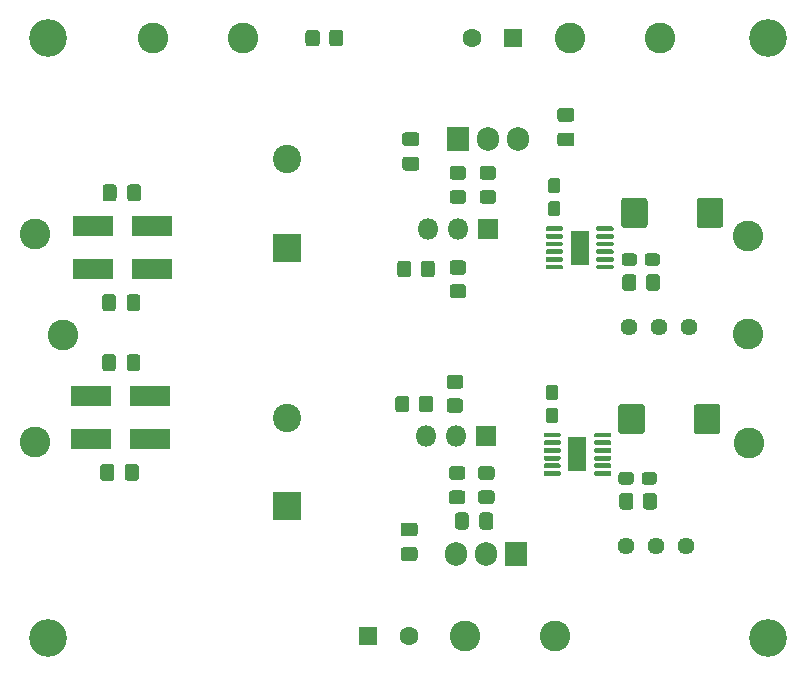
<source format=gbr>
G04 #@! TF.GenerationSoftware,KiCad,Pcbnew,(5.1.8-0-10_14)*
G04 #@! TF.CreationDate,2020-12-27T15:47:31+01:00*
G04 #@! TF.ProjectId,lv-lownoise-psu,6c762d6c-6f77-46e6-9f69-73652d707375,rev?*
G04 #@! TF.SameCoordinates,Original*
G04 #@! TF.FileFunction,Soldermask,Top*
G04 #@! TF.FilePolarity,Negative*
%FSLAX46Y46*%
G04 Gerber Fmt 4.6, Leading zero omitted, Abs format (unit mm)*
G04 Created by KiCad (PCBNEW (5.1.8-0-10_14)) date 2020-12-27 15:47:31*
%MOMM*%
%LPD*%
G01*
G04 APERTURE LIST*
%ADD10O,1.905000X2.000000*%
%ADD11R,1.905000X2.000000*%
%ADD12R,3.500000X1.800000*%
%ADD13R,1.650000X2.850000*%
%ADD14C,1.600000*%
%ADD15R,1.600000X1.600000*%
%ADD16C,2.400000*%
%ADD17R,2.400000X2.400000*%
%ADD18C,2.600000*%
%ADD19C,1.440000*%
%ADD20O,1.800000X1.800000*%
%ADD21R,1.800000X1.800000*%
%ADD22C,3.200000*%
G04 APERTURE END LIST*
G36*
G01*
X135592600Y-64252999D02*
X135592600Y-66303001D01*
G75*
G02*
X135342601Y-66553000I-249999J0D01*
G01*
X133592599Y-66553000D01*
G75*
G02*
X133342600Y-66303001I0J249999D01*
G01*
X133342600Y-64252999D01*
G75*
G02*
X133592599Y-64003000I249999J0D01*
G01*
X135342601Y-64003000D01*
G75*
G02*
X135592600Y-64252999I0J-249999D01*
G01*
G37*
G36*
G01*
X141992600Y-64252999D02*
X141992600Y-66303001D01*
G75*
G02*
X141742601Y-66553000I-249999J0D01*
G01*
X139992599Y-66553000D01*
G75*
G02*
X139742600Y-66303001I0J249999D01*
G01*
X139742600Y-64252999D01*
G75*
G02*
X139992599Y-64003000I249999J0D01*
G01*
X141742601Y-64003000D01*
G75*
G02*
X141992600Y-64252999I0J-249999D01*
G01*
G37*
G36*
G01*
X139971200Y-48853201D02*
X139971200Y-46803199D01*
G75*
G02*
X140221199Y-46553200I249999J0D01*
G01*
X141971201Y-46553200D01*
G75*
G02*
X142221200Y-46803199I0J-249999D01*
G01*
X142221200Y-48853201D01*
G75*
G02*
X141971201Y-49103200I-249999J0D01*
G01*
X140221199Y-49103200D01*
G75*
G02*
X139971200Y-48853201I0J249999D01*
G01*
G37*
G36*
G01*
X133571200Y-48853201D02*
X133571200Y-46803199D01*
G75*
G02*
X133821199Y-46553200I249999J0D01*
G01*
X135571201Y-46553200D01*
G75*
G02*
X135821200Y-46803199I0J-249999D01*
G01*
X135821200Y-48853201D01*
G75*
G02*
X135571201Y-49103200I-249999J0D01*
G01*
X133821199Y-49103200D01*
G75*
G02*
X133571200Y-48853201I0J249999D01*
G01*
G37*
D10*
X119634000Y-76708000D03*
X122174000Y-76708000D03*
D11*
X124714000Y-76708000D03*
D10*
X124841000Y-41605200D03*
X122301000Y-41605200D03*
D11*
X119761000Y-41605200D03*
D12*
X88827600Y-52578000D03*
X93827600Y-52578000D03*
X88827600Y-48971200D03*
X93827600Y-48971200D03*
X93726000Y-63296800D03*
X88726000Y-63296800D03*
X93726000Y-66954400D03*
X88726000Y-66954400D03*
G36*
G01*
X134660400Y-70019499D02*
X134660400Y-70569501D01*
G75*
G02*
X134410401Y-70819500I-249999J0D01*
G01*
X133610399Y-70819500D01*
G75*
G02*
X133360400Y-70569501I0J249999D01*
G01*
X133360400Y-70019499D01*
G75*
G02*
X133610399Y-69769500I249999J0D01*
G01*
X134410401Y-69769500D01*
G75*
G02*
X134660400Y-70019499I0J-249999D01*
G01*
G37*
G36*
G01*
X136610400Y-70019499D02*
X136610400Y-70569501D01*
G75*
G02*
X136360401Y-70819500I-249999J0D01*
G01*
X135560399Y-70819500D01*
G75*
G02*
X135310400Y-70569501I0J249999D01*
G01*
X135310400Y-70019499D01*
G75*
G02*
X135560399Y-69769500I249999J0D01*
G01*
X136360401Y-69769500D01*
G75*
G02*
X136610400Y-70019499I0J-249999D01*
G01*
G37*
G36*
G01*
X135577100Y-52052901D02*
X135577100Y-51502899D01*
G75*
G02*
X135827099Y-51252900I249999J0D01*
G01*
X136627101Y-51252900D01*
G75*
G02*
X136877100Y-51502899I0J-249999D01*
G01*
X136877100Y-52052901D01*
G75*
G02*
X136627101Y-52302900I-249999J0D01*
G01*
X135827099Y-52302900D01*
G75*
G02*
X135577100Y-52052901I0J249999D01*
G01*
G37*
G36*
G01*
X133627100Y-52052901D02*
X133627100Y-51502899D01*
G75*
G02*
X133877099Y-51252900I249999J0D01*
G01*
X134677101Y-51252900D01*
G75*
G02*
X134927100Y-51502899I0J-249999D01*
G01*
X134927100Y-52052901D01*
G75*
G02*
X134677101Y-52302900I-249999J0D01*
G01*
X133877099Y-52302900D01*
G75*
G02*
X133627100Y-52052901I0J249999D01*
G01*
G37*
G36*
G01*
X127461599Y-64333000D02*
X128011601Y-64333000D01*
G75*
G02*
X128261600Y-64582999I0J-249999D01*
G01*
X128261600Y-65383001D01*
G75*
G02*
X128011601Y-65633000I-249999J0D01*
G01*
X127461599Y-65633000D01*
G75*
G02*
X127211600Y-65383001I0J249999D01*
G01*
X127211600Y-64582999D01*
G75*
G02*
X127461599Y-64333000I249999J0D01*
G01*
G37*
G36*
G01*
X127461599Y-62383000D02*
X128011601Y-62383000D01*
G75*
G02*
X128261600Y-62632999I0J-249999D01*
G01*
X128261600Y-63433001D01*
G75*
G02*
X128011601Y-63683000I-249999J0D01*
G01*
X127461599Y-63683000D01*
G75*
G02*
X127211600Y-63433001I0J249999D01*
G01*
X127211600Y-62632999D01*
G75*
G02*
X127461599Y-62383000I249999J0D01*
G01*
G37*
G36*
G01*
X128189401Y-46166800D02*
X127639399Y-46166800D01*
G75*
G02*
X127389400Y-45916801I0J249999D01*
G01*
X127389400Y-45116799D01*
G75*
G02*
X127639399Y-44866800I249999J0D01*
G01*
X128189401Y-44866800D01*
G75*
G02*
X128439400Y-45116799I0J-249999D01*
G01*
X128439400Y-45916801D01*
G75*
G02*
X128189401Y-46166800I-249999J0D01*
G01*
G37*
G36*
G01*
X128189401Y-48116800D02*
X127639399Y-48116800D01*
G75*
G02*
X127389400Y-47866801I0J249999D01*
G01*
X127389400Y-47066799D01*
G75*
G02*
X127639399Y-46816800I249999J0D01*
G01*
X128189401Y-46816800D01*
G75*
G02*
X128439400Y-47066799I0J-249999D01*
G01*
X128439400Y-47866801D01*
G75*
G02*
X128189401Y-48116800I-249999J0D01*
G01*
G37*
G36*
G01*
X90808300Y-54947800D02*
X90808300Y-55897800D01*
G75*
G02*
X90558300Y-56147800I-250000J0D01*
G01*
X89883300Y-56147800D01*
G75*
G02*
X89633300Y-55897800I0J250000D01*
G01*
X89633300Y-54947800D01*
G75*
G02*
X89883300Y-54697800I250000J0D01*
G01*
X90558300Y-54697800D01*
G75*
G02*
X90808300Y-54947800I0J-250000D01*
G01*
G37*
G36*
G01*
X92883300Y-54947800D02*
X92883300Y-55897800D01*
G75*
G02*
X92633300Y-56147800I-250000J0D01*
G01*
X91958300Y-56147800D01*
G75*
G02*
X91708300Y-55897800I0J250000D01*
G01*
X91708300Y-54947800D01*
G75*
G02*
X91958300Y-54697800I250000J0D01*
G01*
X92633300Y-54697800D01*
G75*
G02*
X92883300Y-54947800I0J-250000D01*
G01*
G37*
G36*
G01*
X91759100Y-46601400D02*
X91759100Y-45651400D01*
G75*
G02*
X92009100Y-45401400I250000J0D01*
G01*
X92684100Y-45401400D01*
G75*
G02*
X92934100Y-45651400I0J-250000D01*
G01*
X92934100Y-46601400D01*
G75*
G02*
X92684100Y-46851400I-250000J0D01*
G01*
X92009100Y-46851400D01*
G75*
G02*
X91759100Y-46601400I0J250000D01*
G01*
G37*
G36*
G01*
X89684100Y-46601400D02*
X89684100Y-45651400D01*
G75*
G02*
X89934100Y-45401400I250000J0D01*
G01*
X90609100Y-45401400D01*
G75*
G02*
X90859100Y-45651400I0J-250000D01*
G01*
X90859100Y-46601400D01*
G75*
G02*
X90609100Y-46851400I-250000J0D01*
G01*
X89934100Y-46851400D01*
G75*
G02*
X89684100Y-46601400I0J250000D01*
G01*
G37*
G36*
G01*
X90808300Y-60027800D02*
X90808300Y-60977800D01*
G75*
G02*
X90558300Y-61227800I-250000J0D01*
G01*
X89883300Y-61227800D01*
G75*
G02*
X89633300Y-60977800I0J250000D01*
G01*
X89633300Y-60027800D01*
G75*
G02*
X89883300Y-59777800I250000J0D01*
G01*
X90558300Y-59777800D01*
G75*
G02*
X90808300Y-60027800I0J-250000D01*
G01*
G37*
G36*
G01*
X92883300Y-60027800D02*
X92883300Y-60977800D01*
G75*
G02*
X92633300Y-61227800I-250000J0D01*
G01*
X91958300Y-61227800D01*
G75*
G02*
X91708300Y-60977800I0J250000D01*
G01*
X91708300Y-60027800D01*
G75*
G02*
X91958300Y-59777800I250000J0D01*
G01*
X92633300Y-59777800D01*
G75*
G02*
X92883300Y-60027800I0J-250000D01*
G01*
G37*
G36*
G01*
X91563700Y-70274200D02*
X91563700Y-69324200D01*
G75*
G02*
X91813700Y-69074200I250000J0D01*
G01*
X92488700Y-69074200D01*
G75*
G02*
X92738700Y-69324200I0J-250000D01*
G01*
X92738700Y-70274200D01*
G75*
G02*
X92488700Y-70524200I-250000J0D01*
G01*
X91813700Y-70524200D01*
G75*
G02*
X91563700Y-70274200I0J250000D01*
G01*
G37*
G36*
G01*
X89488700Y-70274200D02*
X89488700Y-69324200D01*
G75*
G02*
X89738700Y-69074200I250000J0D01*
G01*
X90413700Y-69074200D01*
G75*
G02*
X90663700Y-69324200I0J-250000D01*
G01*
X90663700Y-70274200D01*
G75*
G02*
X90413700Y-70524200I-250000J0D01*
G01*
X89738700Y-70524200D01*
G75*
G02*
X89488700Y-70274200I0J250000D01*
G01*
G37*
D13*
X129886600Y-68261900D03*
G36*
G01*
X131311600Y-66736900D02*
X131311600Y-66536900D01*
G75*
G02*
X131411600Y-66436900I100000J0D01*
G01*
X132661600Y-66436900D01*
G75*
G02*
X132761600Y-66536900I0J-100000D01*
G01*
X132761600Y-66736900D01*
G75*
G02*
X132661600Y-66836900I-100000J0D01*
G01*
X131411600Y-66836900D01*
G75*
G02*
X131311600Y-66736900I0J100000D01*
G01*
G37*
G36*
G01*
X131311600Y-67386900D02*
X131311600Y-67186900D01*
G75*
G02*
X131411600Y-67086900I100000J0D01*
G01*
X132661600Y-67086900D01*
G75*
G02*
X132761600Y-67186900I0J-100000D01*
G01*
X132761600Y-67386900D01*
G75*
G02*
X132661600Y-67486900I-100000J0D01*
G01*
X131411600Y-67486900D01*
G75*
G02*
X131311600Y-67386900I0J100000D01*
G01*
G37*
G36*
G01*
X131311600Y-68036900D02*
X131311600Y-67836900D01*
G75*
G02*
X131411600Y-67736900I100000J0D01*
G01*
X132661600Y-67736900D01*
G75*
G02*
X132761600Y-67836900I0J-100000D01*
G01*
X132761600Y-68036900D01*
G75*
G02*
X132661600Y-68136900I-100000J0D01*
G01*
X131411600Y-68136900D01*
G75*
G02*
X131311600Y-68036900I0J100000D01*
G01*
G37*
G36*
G01*
X131311600Y-68686900D02*
X131311600Y-68486900D01*
G75*
G02*
X131411600Y-68386900I100000J0D01*
G01*
X132661600Y-68386900D01*
G75*
G02*
X132761600Y-68486900I0J-100000D01*
G01*
X132761600Y-68686900D01*
G75*
G02*
X132661600Y-68786900I-100000J0D01*
G01*
X131411600Y-68786900D01*
G75*
G02*
X131311600Y-68686900I0J100000D01*
G01*
G37*
G36*
G01*
X131311600Y-69336900D02*
X131311600Y-69136900D01*
G75*
G02*
X131411600Y-69036900I100000J0D01*
G01*
X132661600Y-69036900D01*
G75*
G02*
X132761600Y-69136900I0J-100000D01*
G01*
X132761600Y-69336900D01*
G75*
G02*
X132661600Y-69436900I-100000J0D01*
G01*
X131411600Y-69436900D01*
G75*
G02*
X131311600Y-69336900I0J100000D01*
G01*
G37*
G36*
G01*
X131311600Y-69986900D02*
X131311600Y-69786900D01*
G75*
G02*
X131411600Y-69686900I100000J0D01*
G01*
X132661600Y-69686900D01*
G75*
G02*
X132761600Y-69786900I0J-100000D01*
G01*
X132761600Y-69986900D01*
G75*
G02*
X132661600Y-70086900I-100000J0D01*
G01*
X131411600Y-70086900D01*
G75*
G02*
X131311600Y-69986900I0J100000D01*
G01*
G37*
G36*
G01*
X127011600Y-69986900D02*
X127011600Y-69786900D01*
G75*
G02*
X127111600Y-69686900I100000J0D01*
G01*
X128361600Y-69686900D01*
G75*
G02*
X128461600Y-69786900I0J-100000D01*
G01*
X128461600Y-69986900D01*
G75*
G02*
X128361600Y-70086900I-100000J0D01*
G01*
X127111600Y-70086900D01*
G75*
G02*
X127011600Y-69986900I0J100000D01*
G01*
G37*
G36*
G01*
X127011600Y-69336900D02*
X127011600Y-69136900D01*
G75*
G02*
X127111600Y-69036900I100000J0D01*
G01*
X128361600Y-69036900D01*
G75*
G02*
X128461600Y-69136900I0J-100000D01*
G01*
X128461600Y-69336900D01*
G75*
G02*
X128361600Y-69436900I-100000J0D01*
G01*
X127111600Y-69436900D01*
G75*
G02*
X127011600Y-69336900I0J100000D01*
G01*
G37*
G36*
G01*
X127011600Y-68686900D02*
X127011600Y-68486900D01*
G75*
G02*
X127111600Y-68386900I100000J0D01*
G01*
X128361600Y-68386900D01*
G75*
G02*
X128461600Y-68486900I0J-100000D01*
G01*
X128461600Y-68686900D01*
G75*
G02*
X128361600Y-68786900I-100000J0D01*
G01*
X127111600Y-68786900D01*
G75*
G02*
X127011600Y-68686900I0J100000D01*
G01*
G37*
G36*
G01*
X127011600Y-68036900D02*
X127011600Y-67836900D01*
G75*
G02*
X127111600Y-67736900I100000J0D01*
G01*
X128361600Y-67736900D01*
G75*
G02*
X128461600Y-67836900I0J-100000D01*
G01*
X128461600Y-68036900D01*
G75*
G02*
X128361600Y-68136900I-100000J0D01*
G01*
X127111600Y-68136900D01*
G75*
G02*
X127011600Y-68036900I0J100000D01*
G01*
G37*
G36*
G01*
X127011600Y-67386900D02*
X127011600Y-67186900D01*
G75*
G02*
X127111600Y-67086900I100000J0D01*
G01*
X128361600Y-67086900D01*
G75*
G02*
X128461600Y-67186900I0J-100000D01*
G01*
X128461600Y-67386900D01*
G75*
G02*
X128361600Y-67486900I-100000J0D01*
G01*
X127111600Y-67486900D01*
G75*
G02*
X127011600Y-67386900I0J100000D01*
G01*
G37*
G36*
G01*
X127011600Y-66736900D02*
X127011600Y-66536900D01*
G75*
G02*
X127111600Y-66436900I100000J0D01*
G01*
X128361600Y-66436900D01*
G75*
G02*
X128461600Y-66536900I0J-100000D01*
G01*
X128461600Y-66736900D01*
G75*
G02*
X128361600Y-66836900I-100000J0D01*
G01*
X127111600Y-66836900D01*
G75*
G02*
X127011600Y-66736900I0J100000D01*
G01*
G37*
D14*
X120960000Y-33020000D03*
D15*
X124460000Y-33020000D03*
G36*
G01*
X121723999Y-71325000D02*
X122624001Y-71325000D01*
G75*
G02*
X122874000Y-71574999I0J-249999D01*
G01*
X122874000Y-72225001D01*
G75*
G02*
X122624001Y-72475000I-249999J0D01*
G01*
X121723999Y-72475000D01*
G75*
G02*
X121474000Y-72225001I0J249999D01*
G01*
X121474000Y-71574999D01*
G75*
G02*
X121723999Y-71325000I249999J0D01*
G01*
G37*
G36*
G01*
X121723999Y-69275000D02*
X122624001Y-69275000D01*
G75*
G02*
X122874000Y-69524999I0J-249999D01*
G01*
X122874000Y-70175001D01*
G75*
G02*
X122624001Y-70425000I-249999J0D01*
G01*
X121723999Y-70425000D01*
G75*
G02*
X121474000Y-70175001I0J249999D01*
G01*
X121474000Y-69524999D01*
G75*
G02*
X121723999Y-69275000I249999J0D01*
G01*
G37*
G36*
G01*
X119247499Y-71325000D02*
X120147501Y-71325000D01*
G75*
G02*
X120397500Y-71574999I0J-249999D01*
G01*
X120397500Y-72225001D01*
G75*
G02*
X120147501Y-72475000I-249999J0D01*
G01*
X119247499Y-72475000D01*
G75*
G02*
X118997500Y-72225001I0J249999D01*
G01*
X118997500Y-71574999D01*
G75*
G02*
X119247499Y-71325000I249999J0D01*
G01*
G37*
G36*
G01*
X119247499Y-69275000D02*
X120147501Y-69275000D01*
G75*
G02*
X120397500Y-69524999I0J-249999D01*
G01*
X120397500Y-70175001D01*
G75*
G02*
X120147501Y-70425000I-249999J0D01*
G01*
X119247499Y-70425000D01*
G75*
G02*
X118997500Y-70175001I0J249999D01*
G01*
X118997500Y-69524999D01*
G75*
G02*
X119247499Y-69275000I249999J0D01*
G01*
G37*
G36*
G01*
X121850999Y-45907000D02*
X122751001Y-45907000D01*
G75*
G02*
X123001000Y-46156999I0J-249999D01*
G01*
X123001000Y-46807001D01*
G75*
G02*
X122751001Y-47057000I-249999J0D01*
G01*
X121850999Y-47057000D01*
G75*
G02*
X121601000Y-46807001I0J249999D01*
G01*
X121601000Y-46156999D01*
G75*
G02*
X121850999Y-45907000I249999J0D01*
G01*
G37*
G36*
G01*
X121850999Y-43857000D02*
X122751001Y-43857000D01*
G75*
G02*
X123001000Y-44106999I0J-249999D01*
G01*
X123001000Y-44757001D01*
G75*
G02*
X122751001Y-45007000I-249999J0D01*
G01*
X121850999Y-45007000D01*
G75*
G02*
X121601000Y-44757001I0J249999D01*
G01*
X121601000Y-44106999D01*
G75*
G02*
X121850999Y-43857000I249999J0D01*
G01*
G37*
G36*
G01*
X119310999Y-45907000D02*
X120211001Y-45907000D01*
G75*
G02*
X120461000Y-46156999I0J-249999D01*
G01*
X120461000Y-46807001D01*
G75*
G02*
X120211001Y-47057000I-249999J0D01*
G01*
X119310999Y-47057000D01*
G75*
G02*
X119061000Y-46807001I0J249999D01*
G01*
X119061000Y-46156999D01*
G75*
G02*
X119310999Y-45907000I249999J0D01*
G01*
G37*
G36*
G01*
X119310999Y-43857000D02*
X120211001Y-43857000D01*
G75*
G02*
X120461000Y-44106999I0J-249999D01*
G01*
X120461000Y-44757001D01*
G75*
G02*
X120211001Y-45007000I-249999J0D01*
G01*
X119310999Y-45007000D01*
G75*
G02*
X119061000Y-44757001I0J249999D01*
G01*
X119061000Y-44106999D01*
G75*
G02*
X119310999Y-43857000I249999J0D01*
G01*
G37*
D14*
X115633500Y-83629500D03*
D15*
X112133500Y-83629500D03*
D16*
X105283000Y-65151000D03*
D17*
X105283000Y-72651000D03*
D16*
X105283000Y-43300000D03*
D17*
X105283000Y-50800000D03*
G36*
G01*
X115821000Y-52127999D02*
X115821000Y-53028001D01*
G75*
G02*
X115571001Y-53278000I-249999J0D01*
G01*
X114870999Y-53278000D01*
G75*
G02*
X114621000Y-53028001I0J249999D01*
G01*
X114621000Y-52127999D01*
G75*
G02*
X114870999Y-51878000I249999J0D01*
G01*
X115571001Y-51878000D01*
G75*
G02*
X115821000Y-52127999I0J-249999D01*
G01*
G37*
G36*
G01*
X117821000Y-52127999D02*
X117821000Y-53028001D01*
G75*
G02*
X117571001Y-53278000I-249999J0D01*
G01*
X116870999Y-53278000D01*
G75*
G02*
X116621000Y-53028001I0J249999D01*
G01*
X116621000Y-52127999D01*
G75*
G02*
X116870999Y-51878000I249999J0D01*
G01*
X117571001Y-51878000D01*
G75*
G02*
X117821000Y-52127999I0J-249999D01*
G01*
G37*
G36*
G01*
X108858000Y-33470001D02*
X108858000Y-32569999D01*
G75*
G02*
X109107999Y-32320000I249999J0D01*
G01*
X109808001Y-32320000D01*
G75*
G02*
X110058000Y-32569999I0J-249999D01*
G01*
X110058000Y-33470001D01*
G75*
G02*
X109808001Y-33720000I-249999J0D01*
G01*
X109107999Y-33720000D01*
G75*
G02*
X108858000Y-33470001I0J249999D01*
G01*
G37*
G36*
G01*
X106858000Y-33470001D02*
X106858000Y-32569999D01*
G75*
G02*
X107107999Y-32320000I249999J0D01*
G01*
X107808001Y-32320000D01*
G75*
G02*
X108058000Y-32569999I0J-249999D01*
G01*
X108058000Y-33470001D01*
G75*
G02*
X107808001Y-33720000I-249999J0D01*
G01*
X107107999Y-33720000D01*
G75*
G02*
X106858000Y-33470001I0J249999D01*
G01*
G37*
D18*
X120332500Y-83629500D03*
X127952500Y-83629500D03*
X136906000Y-33020000D03*
X129286000Y-33020000D03*
X93980000Y-33020000D03*
X101600000Y-33020000D03*
G36*
G01*
X115158500Y-76120500D02*
X116108500Y-76120500D01*
G75*
G02*
X116358500Y-76370500I0J-250000D01*
G01*
X116358500Y-77045500D01*
G75*
G02*
X116108500Y-77295500I-250000J0D01*
G01*
X115158500Y-77295500D01*
G75*
G02*
X114908500Y-77045500I0J250000D01*
G01*
X114908500Y-76370500D01*
G75*
G02*
X115158500Y-76120500I250000J0D01*
G01*
G37*
G36*
G01*
X115158500Y-74045500D02*
X116108500Y-74045500D01*
G75*
G02*
X116358500Y-74295500I0J-250000D01*
G01*
X116358500Y-74970500D01*
G75*
G02*
X116108500Y-75220500I-250000J0D01*
G01*
X115158500Y-75220500D01*
G75*
G02*
X114908500Y-74970500I0J250000D01*
G01*
X114908500Y-74295500D01*
G75*
G02*
X115158500Y-74045500I250000J0D01*
G01*
G37*
G36*
G01*
X129380000Y-40117700D02*
X128430000Y-40117700D01*
G75*
G02*
X128180000Y-39867700I0J250000D01*
G01*
X128180000Y-39192700D01*
G75*
G02*
X128430000Y-38942700I250000J0D01*
G01*
X129380000Y-38942700D01*
G75*
G02*
X129630000Y-39192700I0J-250000D01*
G01*
X129630000Y-39867700D01*
G75*
G02*
X129380000Y-40117700I-250000J0D01*
G01*
G37*
G36*
G01*
X129380000Y-42192700D02*
X128430000Y-42192700D01*
G75*
G02*
X128180000Y-41942700I0J250000D01*
G01*
X128180000Y-41267700D01*
G75*
G02*
X128430000Y-41017700I250000J0D01*
G01*
X129380000Y-41017700D01*
G75*
G02*
X129630000Y-41267700I0J-250000D01*
G01*
X129630000Y-41942700D01*
G75*
G02*
X129380000Y-42192700I-250000J0D01*
G01*
G37*
G36*
G01*
X121586500Y-74389000D02*
X121586500Y-73439000D01*
G75*
G02*
X121836500Y-73189000I250000J0D01*
G01*
X122511500Y-73189000D01*
G75*
G02*
X122761500Y-73439000I0J-250000D01*
G01*
X122761500Y-74389000D01*
G75*
G02*
X122511500Y-74639000I-250000J0D01*
G01*
X121836500Y-74639000D01*
G75*
G02*
X121586500Y-74389000I0J250000D01*
G01*
G37*
G36*
G01*
X119511500Y-74389000D02*
X119511500Y-73439000D01*
G75*
G02*
X119761500Y-73189000I250000J0D01*
G01*
X120436500Y-73189000D01*
G75*
G02*
X120686500Y-73439000I0J-250000D01*
G01*
X120686500Y-74389000D01*
G75*
G02*
X120436500Y-74639000I-250000J0D01*
G01*
X119761500Y-74639000D01*
G75*
G02*
X119511500Y-74389000I0J250000D01*
G01*
G37*
G36*
G01*
X115298200Y-43071200D02*
X116248200Y-43071200D01*
G75*
G02*
X116498200Y-43321200I0J-250000D01*
G01*
X116498200Y-43996200D01*
G75*
G02*
X116248200Y-44246200I-250000J0D01*
G01*
X115298200Y-44246200D01*
G75*
G02*
X115048200Y-43996200I0J250000D01*
G01*
X115048200Y-43321200D01*
G75*
G02*
X115298200Y-43071200I250000J0D01*
G01*
G37*
G36*
G01*
X115298200Y-40996200D02*
X116248200Y-40996200D01*
G75*
G02*
X116498200Y-41246200I0J-250000D01*
G01*
X116498200Y-41921200D01*
G75*
G02*
X116248200Y-42171200I-250000J0D01*
G01*
X115298200Y-42171200D01*
G75*
G02*
X115048200Y-41921200I0J250000D01*
G01*
X115048200Y-41246200D01*
G75*
G02*
X115298200Y-40996200I250000J0D01*
G01*
G37*
D19*
X139103100Y-76022200D03*
X136563100Y-76022200D03*
X134023100Y-76022200D03*
G36*
G01*
X134623100Y-71787599D02*
X134623100Y-72687601D01*
G75*
G02*
X134373101Y-72937600I-249999J0D01*
G01*
X133673099Y-72937600D01*
G75*
G02*
X133423100Y-72687601I0J249999D01*
G01*
X133423100Y-71787599D01*
G75*
G02*
X133673099Y-71537600I249999J0D01*
G01*
X134373101Y-71537600D01*
G75*
G02*
X134623100Y-71787599I0J-249999D01*
G01*
G37*
G36*
G01*
X136623100Y-71787599D02*
X136623100Y-72687601D01*
G75*
G02*
X136373101Y-72937600I-249999J0D01*
G01*
X135673099Y-72937600D01*
G75*
G02*
X135423100Y-72687601I0J249999D01*
G01*
X135423100Y-71787599D01*
G75*
G02*
X135673099Y-71537600I249999J0D01*
G01*
X136373101Y-71537600D01*
G75*
G02*
X136623100Y-71787599I0J-249999D01*
G01*
G37*
D13*
X130064400Y-50787900D03*
G36*
G01*
X131489400Y-49262900D02*
X131489400Y-49062900D01*
G75*
G02*
X131589400Y-48962900I100000J0D01*
G01*
X132839400Y-48962900D01*
G75*
G02*
X132939400Y-49062900I0J-100000D01*
G01*
X132939400Y-49262900D01*
G75*
G02*
X132839400Y-49362900I-100000J0D01*
G01*
X131589400Y-49362900D01*
G75*
G02*
X131489400Y-49262900I0J100000D01*
G01*
G37*
G36*
G01*
X131489400Y-49912900D02*
X131489400Y-49712900D01*
G75*
G02*
X131589400Y-49612900I100000J0D01*
G01*
X132839400Y-49612900D01*
G75*
G02*
X132939400Y-49712900I0J-100000D01*
G01*
X132939400Y-49912900D01*
G75*
G02*
X132839400Y-50012900I-100000J0D01*
G01*
X131589400Y-50012900D01*
G75*
G02*
X131489400Y-49912900I0J100000D01*
G01*
G37*
G36*
G01*
X131489400Y-50562900D02*
X131489400Y-50362900D01*
G75*
G02*
X131589400Y-50262900I100000J0D01*
G01*
X132839400Y-50262900D01*
G75*
G02*
X132939400Y-50362900I0J-100000D01*
G01*
X132939400Y-50562900D01*
G75*
G02*
X132839400Y-50662900I-100000J0D01*
G01*
X131589400Y-50662900D01*
G75*
G02*
X131489400Y-50562900I0J100000D01*
G01*
G37*
G36*
G01*
X131489400Y-51212900D02*
X131489400Y-51012900D01*
G75*
G02*
X131589400Y-50912900I100000J0D01*
G01*
X132839400Y-50912900D01*
G75*
G02*
X132939400Y-51012900I0J-100000D01*
G01*
X132939400Y-51212900D01*
G75*
G02*
X132839400Y-51312900I-100000J0D01*
G01*
X131589400Y-51312900D01*
G75*
G02*
X131489400Y-51212900I0J100000D01*
G01*
G37*
G36*
G01*
X131489400Y-51862900D02*
X131489400Y-51662900D01*
G75*
G02*
X131589400Y-51562900I100000J0D01*
G01*
X132839400Y-51562900D01*
G75*
G02*
X132939400Y-51662900I0J-100000D01*
G01*
X132939400Y-51862900D01*
G75*
G02*
X132839400Y-51962900I-100000J0D01*
G01*
X131589400Y-51962900D01*
G75*
G02*
X131489400Y-51862900I0J100000D01*
G01*
G37*
G36*
G01*
X131489400Y-52512900D02*
X131489400Y-52312900D01*
G75*
G02*
X131589400Y-52212900I100000J0D01*
G01*
X132839400Y-52212900D01*
G75*
G02*
X132939400Y-52312900I0J-100000D01*
G01*
X132939400Y-52512900D01*
G75*
G02*
X132839400Y-52612900I-100000J0D01*
G01*
X131589400Y-52612900D01*
G75*
G02*
X131489400Y-52512900I0J100000D01*
G01*
G37*
G36*
G01*
X127189400Y-52512900D02*
X127189400Y-52312900D01*
G75*
G02*
X127289400Y-52212900I100000J0D01*
G01*
X128539400Y-52212900D01*
G75*
G02*
X128639400Y-52312900I0J-100000D01*
G01*
X128639400Y-52512900D01*
G75*
G02*
X128539400Y-52612900I-100000J0D01*
G01*
X127289400Y-52612900D01*
G75*
G02*
X127189400Y-52512900I0J100000D01*
G01*
G37*
G36*
G01*
X127189400Y-51862900D02*
X127189400Y-51662900D01*
G75*
G02*
X127289400Y-51562900I100000J0D01*
G01*
X128539400Y-51562900D01*
G75*
G02*
X128639400Y-51662900I0J-100000D01*
G01*
X128639400Y-51862900D01*
G75*
G02*
X128539400Y-51962900I-100000J0D01*
G01*
X127289400Y-51962900D01*
G75*
G02*
X127189400Y-51862900I0J100000D01*
G01*
G37*
G36*
G01*
X127189400Y-51212900D02*
X127189400Y-51012900D01*
G75*
G02*
X127289400Y-50912900I100000J0D01*
G01*
X128539400Y-50912900D01*
G75*
G02*
X128639400Y-51012900I0J-100000D01*
G01*
X128639400Y-51212900D01*
G75*
G02*
X128539400Y-51312900I-100000J0D01*
G01*
X127289400Y-51312900D01*
G75*
G02*
X127189400Y-51212900I0J100000D01*
G01*
G37*
G36*
G01*
X127189400Y-50562900D02*
X127189400Y-50362900D01*
G75*
G02*
X127289400Y-50262900I100000J0D01*
G01*
X128539400Y-50262900D01*
G75*
G02*
X128639400Y-50362900I0J-100000D01*
G01*
X128639400Y-50562900D01*
G75*
G02*
X128539400Y-50662900I-100000J0D01*
G01*
X127289400Y-50662900D01*
G75*
G02*
X127189400Y-50562900I0J100000D01*
G01*
G37*
G36*
G01*
X127189400Y-49912900D02*
X127189400Y-49712900D01*
G75*
G02*
X127289400Y-49612900I100000J0D01*
G01*
X128539400Y-49612900D01*
G75*
G02*
X128639400Y-49712900I0J-100000D01*
G01*
X128639400Y-49912900D01*
G75*
G02*
X128539400Y-50012900I-100000J0D01*
G01*
X127289400Y-50012900D01*
G75*
G02*
X127189400Y-49912900I0J100000D01*
G01*
G37*
G36*
G01*
X127189400Y-49262900D02*
X127189400Y-49062900D01*
G75*
G02*
X127289400Y-48962900I100000J0D01*
G01*
X128539400Y-48962900D01*
G75*
G02*
X128639400Y-49062900I0J-100000D01*
G01*
X128639400Y-49262900D01*
G75*
G02*
X128539400Y-49362900I-100000J0D01*
G01*
X127289400Y-49362900D01*
G75*
G02*
X127189400Y-49262900I0J100000D01*
G01*
G37*
G36*
G01*
X119056999Y-63535000D02*
X119957001Y-63535000D01*
G75*
G02*
X120207000Y-63784999I0J-249999D01*
G01*
X120207000Y-64485001D01*
G75*
G02*
X119957001Y-64735000I-249999J0D01*
G01*
X119056999Y-64735000D01*
G75*
G02*
X118807000Y-64485001I0J249999D01*
G01*
X118807000Y-63784999D01*
G75*
G02*
X119056999Y-63535000I249999J0D01*
G01*
G37*
G36*
G01*
X119056999Y-61535000D02*
X119957001Y-61535000D01*
G75*
G02*
X120207000Y-61784999I0J-249999D01*
G01*
X120207000Y-62485001D01*
G75*
G02*
X119957001Y-62735000I-249999J0D01*
G01*
X119056999Y-62735000D01*
G75*
G02*
X118807000Y-62485001I0J249999D01*
G01*
X118807000Y-61784999D01*
G75*
G02*
X119056999Y-61535000I249999J0D01*
G01*
G37*
G36*
G01*
X116462000Y-64458001D02*
X116462000Y-63557999D01*
G75*
G02*
X116711999Y-63308000I249999J0D01*
G01*
X117412001Y-63308000D01*
G75*
G02*
X117662000Y-63557999I0J-249999D01*
G01*
X117662000Y-64458001D01*
G75*
G02*
X117412001Y-64708000I-249999J0D01*
G01*
X116711999Y-64708000D01*
G75*
G02*
X116462000Y-64458001I0J249999D01*
G01*
G37*
G36*
G01*
X114462000Y-64458001D02*
X114462000Y-63557999D01*
G75*
G02*
X114711999Y-63308000I249999J0D01*
G01*
X115412001Y-63308000D01*
G75*
G02*
X115662000Y-63557999I0J-249999D01*
G01*
X115662000Y-64458001D01*
G75*
G02*
X115412001Y-64708000I-249999J0D01*
G01*
X114711999Y-64708000D01*
G75*
G02*
X114462000Y-64458001I0J249999D01*
G01*
G37*
G36*
G01*
X119310999Y-53851000D02*
X120211001Y-53851000D01*
G75*
G02*
X120461000Y-54100999I0J-249999D01*
G01*
X120461000Y-54801001D01*
G75*
G02*
X120211001Y-55051000I-249999J0D01*
G01*
X119310999Y-55051000D01*
G75*
G02*
X119061000Y-54801001I0J249999D01*
G01*
X119061000Y-54100999D01*
G75*
G02*
X119310999Y-53851000I249999J0D01*
G01*
G37*
G36*
G01*
X119310999Y-51851000D02*
X120211001Y-51851000D01*
G75*
G02*
X120461000Y-52100999I0J-249999D01*
G01*
X120461000Y-52801001D01*
G75*
G02*
X120211001Y-53051000I-249999J0D01*
G01*
X119310999Y-53051000D01*
G75*
G02*
X119061000Y-52801001I0J249999D01*
G01*
X119061000Y-52100999D01*
G75*
G02*
X119310999Y-51851000I249999J0D01*
G01*
G37*
D20*
X117094000Y-66675000D03*
X119634000Y-66675000D03*
D21*
X122174000Y-66675000D03*
D20*
X117221000Y-49149000D03*
X119761000Y-49149000D03*
D21*
X122301000Y-49149000D03*
D19*
X139357100Y-57480200D03*
X136817100Y-57480200D03*
X134277100Y-57480200D03*
G36*
G01*
X135677100Y-54171001D02*
X135677100Y-53270999D01*
G75*
G02*
X135927099Y-53021000I249999J0D01*
G01*
X136627101Y-53021000D01*
G75*
G02*
X136877100Y-53270999I0J-249999D01*
G01*
X136877100Y-54171001D01*
G75*
G02*
X136627101Y-54421000I-249999J0D01*
G01*
X135927099Y-54421000D01*
G75*
G02*
X135677100Y-54171001I0J249999D01*
G01*
G37*
G36*
G01*
X133677100Y-54171001D02*
X133677100Y-53270999D01*
G75*
G02*
X133927099Y-53021000I249999J0D01*
G01*
X134627101Y-53021000D01*
G75*
G02*
X134877100Y-53270999I0J-249999D01*
G01*
X134877100Y-54171001D01*
G75*
G02*
X134627101Y-54421000I-249999J0D01*
G01*
X133927099Y-54421000D01*
G75*
G02*
X133677100Y-54171001I0J249999D01*
G01*
G37*
D18*
X144373600Y-67310000D03*
X144322800Y-58064400D03*
X144322800Y-49784000D03*
X83921600Y-49631600D03*
X86360000Y-58166000D03*
X83972400Y-67259200D03*
D22*
X146050000Y-33020000D03*
X146050000Y-83820000D03*
X85090000Y-83820000D03*
X85090000Y-33020000D03*
M02*

</source>
